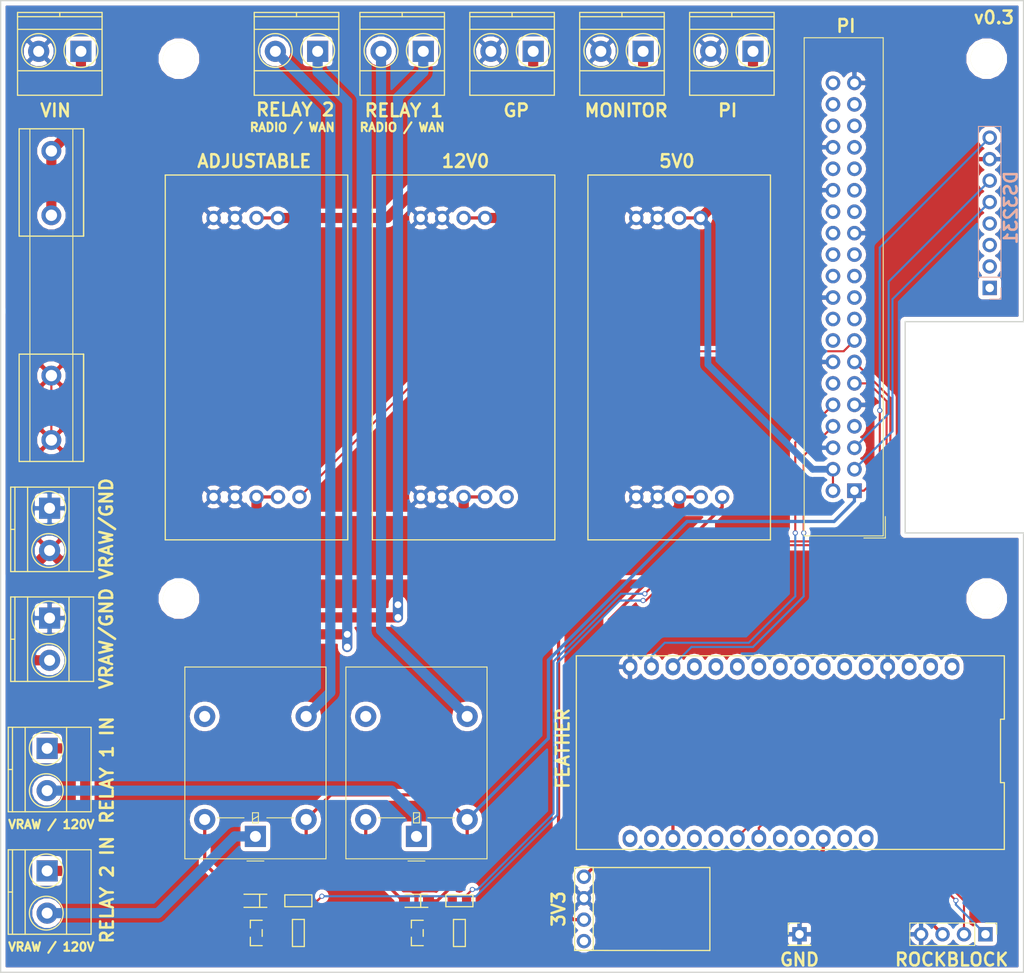
<source format=kicad_pcb>
(kicad_pcb (version 20171130) (host pcbnew 5.0.0-fee4fd1~66~ubuntu16.04.1)
  (layers (0 F.Cu signal) (31 B.Cu signal) (34 B.Paste user) (35 F.Paste user) (36 B.SilkS user) (37 F.SilkS user) (38 B.Mask user) (39 F.Mask user) (44 Edge.Cuts user))
  (net 0 "")
  (net 1 GND)
  (net 2 /VRAW)
  (net 3 /VIN)
  (net 4 /PI_3V3)
  (net 5 "Net-(D1-Pad2)")
  (net 6 /V_GP)
  (net 7 /PI_5V0)
  (net 8 /PI_SDA)
  (net 9 /PI_SCL)
  (net 10 "Net-(J3-Pad7)")
  (net 11 /PI_TX)
  (net 12 /PI_RX)
  (net 13 "Net-(J3-Pad12)")
  (net 14 /V_GP_EN)
  (net 15 "Net-(J3-Pad16)")
  (net 16 "Net-(J3-Pad17)")
  (net 17 "Net-(J3-Pad18)")
  (net 18 "Net-(J3-Pad19)")
  (net 19 "Net-(J3-Pad21)")
  (net 20 "Net-(J3-Pad22)")
  (net 21 "Net-(J3-Pad23)")
  (net 22 "Net-(J3-Pad24)")
  (net 23 "Net-(J3-Pad26)")
  (net 24 "Net-(J3-Pad27)")
  (net 25 "Net-(J3-Pad28)")
  (net 26 "Net-(J3-Pad29)")
  (net 27 "Net-(J3-Pad31)")
  (net 28 "Net-(J3-Pad32)")
  (net 29 "Net-(J3-Pad33)")
  (net 30 "Net-(J3-Pad35)")
  (net 31 "Net-(J3-Pad36)")
  (net 32 "Net-(J3-Pad37)")
  (net 33 "Net-(J3-Pad38)")
  (net 34 "Net-(J3-Pad40)")
  (net 35 /V_MON)
  (net 36 "Net-(J6-Pad1)")
  (net 37 "Net-(J6-Pad2)")
  (net 38 "Net-(J6-Pad3)")
  (net 39 "Net-(J6-Pad4)")
  (net 40 /RB_RX)
  (net 41 /RB_TX)
  (net 42 /V_MCU)
  (net 43 "Net-(Q1-Pad2)")
  (net 44 "Net-(U2-Pad1)")
  (net 45 "Net-(U2-Pad2)")
  (net 46 "Net-(U2-Pad3)")
  (net 47 "Net-(U2-Pad28)")
  (net 48 "Net-(U2-Pad5)")
  (net 49 "Net-(U2-Pad27)")
  (net 50 "Net-(U2-Pad6)")
  (net 51 "Net-(U2-Pad7)")
  (net 52 "Net-(U2-Pad25)")
  (net 53 "Net-(U2-Pad8)")
  (net 54 "Net-(U2-Pad24)")
  (net 55 "Net-(U2-Pad9)")
  (net 56 "Net-(U2-Pad10)")
  (net 57 "Net-(U2-Pad11)")
  (net 58 "Net-(U2-Pad21)")
  (net 59 "Net-(U2-Pad12)")
  (net 60 "Net-(U2-Pad20)")
  (net 61 "Net-(U2-Pad13)")
  (net 62 /V_PI_EN)
  (net 63 "Net-(U2-Pad18)")
  (net 64 "Net-(U2-Pad17)")
  (net 65 "Net-(U5-Pad4)")
  (net 66 "Net-(D2-Pad2)")
  (net 67 /V_RELAY_1_EN)
  (net 68 /V_RELAY_2_EN)
  (net 69 /V_RELAY_1)
  (net 70 /V_RELAY_1_IN)
  (net 71 /V_RELAY_2_IN)
  (net 72 /V_RELAY_2)
  (net 73 "Net-(Q2-Pad2)")
  (net 74 "Net-(K1-Pad3)")
  (net 75 "Net-(K2-Pad3)")
  (net 76 "Net-(U3-Pad4)")
  (net 77 /V_RELAY_1_GND)
  (net 78 /V_RELAY_2_GND)
  (module conservify:HOLE_NPTH_3.8MM (layer F.Cu) (at 85.09 51.87)
    (fp_text reference M1 hide)
    (fp_text value MOUNT_HOLE hide)
    (pad "" np_thru_hole circle (at 0 0) (size 3.8 3.8) (drill 3.8) (layers *.Cu *.Mask F.SilkS))
  )
  (module conservify:HOLE_NPTH_3.8MM (layer F.Cu) (at 180.64 51.87)
    (fp_text reference M2 hide)
    (fp_text value MOUNT_HOLE hide)
    (pad "" np_thru_hole circle (at 0 0) (size 3.8 3.8) (drill 3.8) (layers *.Cu *.Mask F.SilkS))
  )
  (module conservify:HOLE_NPTH_3.8MM (layer F.Cu) (at 180.64 115.77)
    (fp_text reference M3 hide)
    (fp_text value MOUNT_HOLE hide)
    (pad "" np_thru_hole circle (at 0 0) (size 3.8 3.8) (drill 3.8) (layers *.Cu *.Mask F.SilkS))
  )
  (module conservify:HOLE_NPTH_3.8MM (layer F.Cu) (at 85.09 115.77)
    (fp_text reference M4 hide)
    (fp_text value MOUNT_HOLE hide)
    (pad "" np_thru_hole circle (at 0 0) (size 3.8 3.8) (drill 3.8) (layers *.Cu *.Mask F.SilkS))
  )
  (module conservify:SOD-123 (layer F.Cu) (at 113.189888 151.537648 180)
    (fp_text reference D1 hide)
    (fp_text value 1N4148)
    (pad 1 smd rect (at -1.4224 0 180) (size 1.3 0.95) (layers F.Cu F.Paste F.Mask) (net 4 /PI_3V3))
    (pad 2 smd rect (at 1.4224 0 180) (size 1.3 0.95) (layers F.Cu F.Paste F.Mask) (net 5 "Net-(D1-Pad2)"))
  )
  (module conservify:FUSE_HOLDER_6x30 (layer F.Cu) (at 70 97 90)
    (fp_text reference F1 hide)
    (fp_text value Fuse)
    (pad 2 thru_hole circle (at 26.5938 0 90) (size 2.35 2.35) (drill 1.35) (layers *.Cu *.Mask) (net 3 /VIN))
    (pad 2 thru_hole circle (at 34.2138 0 90) (size 2.35 2.35) (drill 1.35) (layers *.Cu *.Mask) (net 3 /VIN))
    (pad 1 thru_hole circle (at 7.62 0 90) (size 2.35 2.35) (drill 1.35) (layers *.Cu *.Mask) (net 2 /VRAW))
    (pad 1 thru_hole circle (at 0 0 90) (size 2.35 2.35) (drill 1.35) (layers *.Cu *.Mask) (net 2 /VRAW))
  )
  (module conservify:TERMINAL_BLOCK_PHOENIX_MKDS1.5-2pol (layer F.Cu) (at 73.5 51 180)
    (fp_text reference J1 hide)
    (fp_text value CONN_VIN)
    (pad 1 thru_hole rect (at 0 0 180) (size 2.5 2.5) (drill 1.3) (layers *.Cu *.Mask) (net 3 /VIN))
    (pad 2 thru_hole circle (at 5 0 180) (size 2.5 2.5) (drill 1.3) (layers *.Cu *.Mask) (net 1 GND))
  )
  (module conservify:TERMINAL_BLOCK_PHOENIX_MKDS1.5-2pol (layer F.Cu) (at 127 51 180)
    (fp_text reference J2 hide)
    (fp_text value CONN_GP)
    (pad 2 thru_hole circle (at 5 0 180) (size 2.5 2.5) (drill 1.3) (layers *.Cu *.Mask) (net 1 GND))
    (pad 1 thru_hole rect (at 0 0 180) (size 2.5 2.5) (drill 1.3) (layers *.Cu *.Mask) (net 6 /V_GP))
  )
  (module conservify:IDC-Header_2x20_P2.54mm_Vertical (layer F.Cu) (at 165 103 180)
    (fp_text reference J3 hide)
    (fp_text value RPI)
    (pad 1 thru_hole rect (at 0 0 180) (size 1.7272 1.7272) (drill 1.016) (layers *.Cu *.Mask) (net 4 /PI_3V3))
    (pad 2 thru_hole oval (at 2.54 0 180) (size 1.7272 1.7272) (drill 1.016) (layers *.Cu *.Mask) (net 7 /PI_5V0))
    (pad 3 thru_hole oval (at 0 2.54 180) (size 1.7272 1.7272) (drill 1.016) (layers *.Cu *.Mask) (net 8 /PI_SDA))
    (pad 4 thru_hole oval (at 2.54 2.54 180) (size 1.7272 1.7272) (drill 1.016) (layers *.Cu *.Mask) (net 7 /PI_5V0))
    (pad 5 thru_hole oval (at 0 5.08 180) (size 1.7272 1.7272) (drill 1.016) (layers *.Cu *.Mask) (net 9 /PI_SCL))
    (pad 6 thru_hole oval (at 2.54 5.08 180) (size 1.7272 1.7272) (drill 1.016) (layers *.Cu *.Mask) (net 1 GND))
    (pad 7 thru_hole oval (at 0 7.62 180) (size 1.7272 1.7272) (drill 1.016) (layers *.Cu *.Mask) (net 10 "Net-(J3-Pad7)"))
    (pad 8 thru_hole oval (at 2.54 7.62 180) (size 1.7272 1.7272) (drill 1.016) (layers *.Cu *.Mask) (net 11 /PI_TX))
    (pad 9 thru_hole oval (at 0 10.16 180) (size 1.7272 1.7272) (drill 1.016) (layers *.Cu *.Mask) (net 1 GND))
    (pad 10 thru_hole oval (at 2.54 10.16 180) (size 1.7272 1.7272) (drill 1.016) (layers *.Cu *.Mask) (net 12 /PI_RX))
    (pad 11 thru_hole oval (at 0 12.7 180) (size 1.7272 1.7272) (drill 1.016) (layers *.Cu *.Mask) (net 67 /V_RELAY_1_EN))
    (pad 12 thru_hole oval (at 2.54 12.7 180) (size 1.7272 1.7272) (drill 1.016) (layers *.Cu *.Mask) (net 13 "Net-(J3-Pad12)"))
    (pad 13 thru_hole oval (at 0 15.24 180) (size 1.7272 1.7272) (drill 1.016) (layers *.Cu *.Mask) (net 68 /V_RELAY_2_EN))
    (pad 14 thru_hole oval (at 2.54 15.24 180) (size 1.7272 1.7272) (drill 1.016) (layers *.Cu *.Mask) (net 1 GND))
    (pad 15 thru_hole oval (at 0 17.78 180) (size 1.7272 1.7272) (drill 1.016) (layers *.Cu *.Mask) (net 14 /V_GP_EN))
    (pad 16 thru_hole oval (at 2.54 17.78 180) (size 1.7272 1.7272) (drill 1.016) (layers *.Cu *.Mask) (net 15 "Net-(J3-Pad16)"))
    (pad 17 thru_hole oval (at 0 20.32 180) (size 1.7272 1.7272) (drill 1.016) (layers *.Cu *.Mask) (net 16 "Net-(J3-Pad17)"))
    (pad 18 thru_hole oval (at 2.54 20.32 180) (size 1.7272 1.7272) (drill 1.016) (layers *.Cu *.Mask) (net 17 "Net-(J3-Pad18)"))
    (pad 19 thru_hole oval (at 0 22.86 180) (size 1.7272 1.7272) (drill 1.016) (layers *.Cu *.Mask) (net 18 "Net-(J3-Pad19)"))
    (pad 20 thru_hole oval (at 2.54 22.86 180) (size 1.7272 1.7272) (drill 1.016) (layers *.Cu *.Mask) (net 1 GND))
    (pad 21 thru_hole oval (at 0 25.4 180) (size 1.7272 1.7272) (drill 1.016) (layers *.Cu *.Mask) (net 19 "Net-(J3-Pad21)"))
    (pad 22 thru_hole oval (at 2.54 25.4 180) (size 1.7272 1.7272) (drill 1.016) (layers *.Cu *.Mask) (net 20 "Net-(J3-Pad22)"))
    (pad 23 thru_hole oval (at 0 27.94 180) (size 1.7272 1.7272) (drill 1.016) (layers *.Cu *.Mask) (net 21 "Net-(J3-Pad23)"))
    (pad 24 thru_hole oval (at 2.54 27.94 180) (size 1.7272 1.7272) (drill 1.016) (layers *.Cu *.Mask) (net 22 "Net-(J3-Pad24)"))
    (pad 25 thru_hole oval (at 0 30.48 180) (size 1.7272 1.7272) (drill 1.016) (layers *.Cu *.Mask) (net 1 GND))
    (pad 26 thru_hole oval (at 2.54 30.48 180) (size 1.7272 1.7272) (drill 1.016) (layers *.Cu *.Mask) (net 23 "Net-(J3-Pad26)"))
    (pad 27 thru_hole oval (at 0 33.02 180) (size 1.7272 1.7272) (drill 1.016) (layers *.Cu *.Mask) (net 24 "Net-(J3-Pad27)"))
    (pad 28 thru_hole oval (at 2.54 33.02 180) (size 1.7272 1.7272) (drill 1.016) (layers *.Cu *.Mask) (net 25 "Net-(J3-Pad28)"))
    (pad 29 thru_hole oval (at 0 35.56 180) (size 1.7272 1.7272) (drill 1.016) (layers *.Cu *.Mask) (net 26 "Net-(J3-Pad29)"))
    (pad 30 thru_hole oval (at 2.54 35.56 180) (size 1.7272 1.7272) (drill 1.016) (layers *.Cu *.Mask) (net 1 GND))
    (pad 31 thru_hole oval (at 0 38.1 180) (size 1.7272 1.7272) (drill 1.016) (layers *.Cu *.Mask) (net 27 "Net-(J3-Pad31)"))
    (pad 32 thru_hole oval (at 2.54 38.1 180) (size 1.7272 1.7272) (drill 1.016) (layers *.Cu *.Mask) (net 28 "Net-(J3-Pad32)"))
    (pad 33 thru_hole oval (at 0 40.64 180) (size 1.7272 1.7272) (drill 1.016) (layers *.Cu *.Mask) (net 29 "Net-(J3-Pad33)"))
    (pad 34 thru_hole oval (at 2.54 40.64 180) (size 1.7272 1.7272) (drill 1.016) (layers *.Cu *.Mask) (net 1 GND))
    (pad 35 thru_hole oval (at 0 43.18 180) (size 1.7272 1.7272) (drill 1.016) (layers *.Cu *.Mask) (net 30 "Net-(J3-Pad35)"))
    (pad 36 thru_hole oval (at 2.54 43.18 180) (size 1.7272 1.7272) (drill 1.016) (layers *.Cu *.Mask) (net 31 "Net-(J3-Pad36)"))
    (pad 37 thru_hole oval (at 0 45.72 180) (size 1.7272 1.7272) (drill 1.016) (layers *.Cu *.Mask) (net 32 "Net-(J3-Pad37)"))
    (pad 38 thru_hole oval (at 2.54 45.72 180) (size 1.7272 1.7272) (drill 1.016) (layers *.Cu *.Mask) (net 33 "Net-(J3-Pad38)"))
    (pad 39 thru_hole oval (at 0 48.26 180) (size 1.7272 1.7272) (drill 1.016) (layers *.Cu *.Mask) (net 1 GND))
    (pad 40 thru_hole oval (at 2.54 48.26 180) (size 1.7272 1.7272) (drill 1.016) (layers *.Cu *.Mask) (net 34 "Net-(J3-Pad40)"))
  )
  (module conservify:TERMINAL_BLOCK_PHOENIX_MKDS1.5-2pol (layer F.Cu) (at 140 51 180)
    (fp_text reference J4 hide)
    (fp_text value CONN_MON)
    (pad 2 thru_hole circle (at 5 0 180) (size 2.5 2.5) (drill 1.3) (layers *.Cu *.Mask) (net 1 GND))
    (pad 1 thru_hole rect (at 0 0 180) (size 2.5 2.5) (drill 1.3) (layers *.Cu *.Mask) (net 35 /V_MON))
  )
  (module conservify:TERMINAL_BLOCK_PHOENIX_MKDS1.5-2pol (layer F.Cu) (at 153 51 180)
    (fp_text reference J5 hide)
    (fp_text value CONN_PI)
    (pad 1 thru_hole rect (at 0 0 180) (size 2.5 2.5) (drill 1.3) (layers *.Cu *.Mask) (net 7 /PI_5V0))
    (pad 2 thru_hole circle (at 5 0 180) (size 2.5 2.5) (drill 1.3) (layers *.Cu *.Mask) (net 1 GND))
  )
  (module conservify:Socket_Strip_Straight_1x08_Pitch2.54mm (layer B.Cu) (at 181 79)
    (fp_text reference J6 hide)
    (fp_text value DS3231)
    (pad 1 thru_hole rect (at 0 0) (size 1.7 1.7) (drill 1) (layers *.Cu *.Mask) (net 36 "Net-(J6-Pad1)"))
    (pad 2 thru_hole oval (at 0 -2.54) (size 1.7 1.7) (drill 1) (layers *.Cu *.Mask) (net 37 "Net-(J6-Pad2)"))
    (pad 3 thru_hole oval (at 0 -5.08) (size 1.7 1.7) (drill 1) (layers *.Cu *.Mask) (net 38 "Net-(J6-Pad3)"))
    (pad 4 thru_hole oval (at 0 -7.62) (size 1.7 1.7) (drill 1) (layers *.Cu *.Mask) (net 39 "Net-(J6-Pad4)"))
    (pad 5 thru_hole oval (at 0 -10.16) (size 1.7 1.7) (drill 1) (layers *.Cu *.Mask) (net 8 /PI_SDA))
    (pad 6 thru_hole oval (at 0 -12.7) (size 1.7 1.7) (drill 1) (layers *.Cu *.Mask) (net 9 /PI_SCL))
    (pad 7 thru_hole oval (at 0 -15.24) (size 1.7 1.7) (drill 1) (layers *.Cu *.Mask) (net 1 GND))
    (pad 8 thru_hole oval (at 0 -17.78) (size 1.7 1.7) (drill 1) (layers *.Cu *.Mask) (net 4 /PI_3V3))
  )
  (module conservify:Socket_Strip_Straight_1x04_Pitch2.54mm (layer F.Cu) (at 180.5 155.5 270)
    (fp_text reference J7 hide)
    (fp_text value CONN_RB)
    (pad 1 thru_hole rect (at 0 0 270) (size 1.7 1.7) (drill 1) (layers *.Cu *.Mask) (net 40 /RB_RX))
    (pad 2 thru_hole oval (at 0 2.54 270) (size 1.7 1.7) (drill 1) (layers *.Cu *.Mask) (net 41 /RB_TX))
    (pad 3 thru_hole oval (at 0 5.08 270) (size 1.7 1.7) (drill 1) (layers *.Cu *.Mask) (net 42 /V_MCU))
    (pad 4 thru_hole oval (at 0 7.62 270) (size 1.7 1.7) (drill 1) (layers *.Cu *.Mask) (net 1 GND))
  )
  (module conservify:TERMINAL_BLOCK_PHOENIX_MKDS1.5-2pol (layer F.Cu) (at 101.5 51 180)
    (fp_text reference J13 hide)
    (fp_text value CONN_V_RELAY_2)
    (pad 1 thru_hole rect (at 0 0 180) (size 2.5 2.5) (drill 1.3) (layers *.Cu *.Mask) (net 78 /V_RELAY_2_GND))
    (pad 2 thru_hole circle (at 5 0 180) (size 2.5 2.5) (drill 1.3) (layers *.Cu *.Mask) (net 72 /V_RELAY_2))
  )
  (module conservify:SOT-23 (layer F.Cu) (at 113.189888 155.347648 90)
    (fp_text reference Q1 hide)
    (fp_text value MMBT2222)
    (pad 1 smd rect (at -0.95 1.15 90) (size 0.65 1.05) (layers F.Cu F.Paste F.Mask) (net 1 GND))
    (pad 2 smd rect (at 0.95 1.15 90) (size 0.65 1.05) (layers F.Cu F.Paste F.Mask) (net 43 "Net-(Q1-Pad2)"))
    (pad 3 smd rect (at 0 -1.15 90) (size 0.65 1.05) (layers F.Cu F.Paste F.Mask) (net 5 "Net-(D1-Pad2)"))
  )
  (module conservify:RES-0603 (layer F.Cu) (at 118.269888 151.537648)
    (fp_text reference R1 hide)
    (fp_text value 1K)
    (pad 1 smd rect (at -0.85 0) (size 1.1 1) (layers F.Cu F.Paste F.Mask) (net 43 "Net-(Q1-Pad2)"))
    (pad 2 smd rect (at 0.85 0) (size 1.1 1) (layers F.Cu F.Paste F.Mask) (net 67 /V_RELAY_1_EN))
  )
  (module conservify:RES-0603 (layer F.Cu) (at 118.269888 155.347648 90)
    (fp_text reference R2 hide)
    (fp_text value 1K)
    (pad 2 smd rect (at 0.85 0 90) (size 1.1 1) (layers F.Cu F.Paste F.Mask) (net 43 "Net-(Q1-Pad2)"))
    (pad 1 smd rect (at -0.85 0 90) (size 1.1 1) (layers F.Cu F.Paste F.Mask) (net 1 GND))
  )
  (module conservify:ADAFRUIT_FEATHER (layer F.Cu) (at 157.5 134 180)
    (fp_text reference U2 hide)
    (fp_text value ADAFRUIT_FEATHER)
    (pad 1 thru_hole oval (at -19.05 10.16 180) (size 1.7272 2.032) (drill 1.016) (layers *.Cu *.Mask) (net 44 "Net-(U2-Pad1)"))
    (pad 2 thru_hole oval (at -16.51 10.16 180) (size 1.7272 2.032) (drill 1.016) (layers *.Cu *.Mask) (net 45 "Net-(U2-Pad2)"))
    (pad 3 thru_hole oval (at -13.97 10.16 180) (size 1.7272 2.032) (drill 1.016) (layers *.Cu *.Mask) (net 46 "Net-(U2-Pad3)"))
    (pad 4 thru_hole oval (at -11.43 10.16 180) (size 1.7272 2.032) (drill 1.016) (layers *.Cu *.Mask) (net 1 GND))
    (pad 28 thru_hole oval (at -8.89 -10.16 180) (size 1.7272 2.032) (drill 1.016) (layers *.Cu *.Mask) (net 47 "Net-(U2-Pad28)"))
    (pad 5 thru_hole oval (at -8.89 10.16 180) (size 1.7272 2.032) (drill 1.016) (layers *.Cu *.Mask) (net 48 "Net-(U2-Pad5)"))
    (pad 27 thru_hole oval (at -6.35 -10.16 180) (size 1.7272 2.032) (drill 1.016) (layers *.Cu *.Mask) (net 49 "Net-(U2-Pad27)"))
    (pad 6 thru_hole oval (at -6.35 10.16 180) (size 1.7272 2.032) (drill 1.016) (layers *.Cu *.Mask) (net 50 "Net-(U2-Pad6)"))
    (pad 26 thru_hole oval (at -3.81 -10.16 180) (size 1.7272 2.032) (drill 1.016) (layers *.Cu *.Mask) (net 42 /V_MCU))
    (pad 7 thru_hole oval (at -3.81 10.16 180) (size 1.7272 2.032) (drill 1.016) (layers *.Cu *.Mask) (net 51 "Net-(U2-Pad7)"))
    (pad 25 thru_hole oval (at -1.27 -10.16 180) (size 1.7272 2.032) (drill 1.016) (layers *.Cu *.Mask) (net 52 "Net-(U2-Pad25)"))
    (pad 8 thru_hole oval (at -1.27 10.16 180) (size 1.7272 2.032) (drill 1.016) (layers *.Cu *.Mask) (net 53 "Net-(U2-Pad8)"))
    (pad 24 thru_hole oval (at 1.27 -10.16 180) (size 1.7272 2.032) (drill 1.016) (layers *.Cu *.Mask) (net 54 "Net-(U2-Pad24)"))
    (pad 9 thru_hole oval (at 1.27 10.16 180) (size 1.7272 2.032) (drill 1.016) (layers *.Cu *.Mask) (net 55 "Net-(U2-Pad9)"))
    (pad 23 thru_hole oval (at 3.81 -10.16 180) (size 1.7272 2.032) (drill 1.016) (layers *.Cu *.Mask) (net 40 /RB_RX))
    (pad 10 thru_hole oval (at 3.81 10.16 180) (size 1.7272 2.032) (drill 1.016) (layers *.Cu *.Mask) (net 56 "Net-(U2-Pad10)"))
    (pad 22 thru_hole oval (at 6.35 -10.16 180) (size 1.7272 2.032) (drill 1.016) (layers *.Cu *.Mask) (net 41 /RB_TX))
    (pad 11 thru_hole oval (at 6.35 10.16 180) (size 1.7272 2.032) (drill 1.016) (layers *.Cu *.Mask) (net 57 "Net-(U2-Pad11)"))
    (pad 21 thru_hole oval (at 8.89 -10.16 180) (size 1.7272 2.032) (drill 1.016) (layers *.Cu *.Mask) (net 58 "Net-(U2-Pad21)"))
    (pad 12 thru_hole oval (at 8.89 10.16 180) (size 1.7272 2.032) (drill 1.016) (layers *.Cu *.Mask) (net 59 "Net-(U2-Pad12)"))
    (pad 20 thru_hole oval (at 11.43 -10.16 180) (size 1.7272 2.032) (drill 1.016) (layers *.Cu *.Mask) (net 60 "Net-(U2-Pad20)"))
    (pad 13 thru_hole oval (at 11.43 10.16 180) (size 1.7272 2.032) (drill 1.016) (layers *.Cu *.Mask) (net 61 "Net-(U2-Pad13)"))
    (pad 19 thru_hole oval (at 13.97 -10.16 180) (size 1.7272 2.032) (drill 1.016) (layers *.Cu *.Mask) (net 62 /V_PI_EN))
    (pad 14 thru_hole oval (at 13.97 10.16 180) (size 1.7272 2.032) (drill 1.016) (layers *.Cu *.Mask) (net 11 /PI_TX))
    (pad 18 thru_hole oval (at 16.51 -10.16 180) (size 1.7272 2.032) (drill 1.016) (layers *.Cu *.Mask) (net 63 "Net-(U2-Pad18)"))
    (pad 15 thru_hole oval (at 16.51 10.16 180) (size 1.7272 2.032) (drill 1.016) (layers *.Cu *.Mask) (net 12 /PI_RX))
    (pad 17 thru_hole oval (at 19.05 -10.16 180) (size 1.7272 2.032) (drill 1.016) (layers *.Cu *.Mask) (net 64 "Net-(U2-Pad17)"))
    (pad 16 thru_hole oval (at 19.05 10.16 180) (size 1.7272 2.032) (drill 1.016) (layers *.Cu *.Mask) (net 1 GND))
  )
  (module conservify:POLOLU_VREG_ADJUSTABLE (layer F.Cu) (at 117.5 88.5 270)
    (fp_text reference U3 hide)
    (fp_text value VREG_MON hide)
    (pad 3 thru_hole circle (at 15.24 -3.81 270) (size 1.7 1.7) (drill 1) (layers *.Cu *.Mask) (net 2 /VRAW))
    (pad 3 thru_hole circle (at 15.24 -1.27 270) (size 1.7 1.7) (drill 1) (layers *.Cu *.Mask) (net 2 /VRAW))
    (pad 2 thru_hole circle (at 15.24 1.27 270) (size 1.7 1.7) (drill 1) (layers *.Cu *.Mask) (net 1 GND))
    (pad 2 thru_hole circle (at 15.24 3.81 270) (size 1.7 1.7) (drill 1) (layers *.Cu *.Mask) (net 1 GND))
    (pad 4 thru_hole circle (at 15.24 -6.35 270) (size 1.7 1.7) (drill 1) (layers *.Cu *.Mask) (net 76 "Net-(U3-Pad4)"))
    (pad 1 thru_hole circle (at -17.78 -3.81 270) (size 1.7 1.7) (drill 1) (layers *.Cu *.Mask) (net 35 /V_MON))
    (pad 1 thru_hole circle (at -17.78 -1.27 270) (size 1.7 1.7) (drill 1) (layers *.Cu *.Mask) (net 35 /V_MON))
    (pad 2 thru_hole circle (at -17.78 1.27 270) (size 1.7 1.7) (drill 1) (layers *.Cu *.Mask) (net 1 GND))
    (pad 2 thru_hole circle (at -17.78 3.81 270) (size 1.7 1.7) (drill 1) (layers *.Cu *.Mask) (net 1 GND))
  )
  (module conservify:POLOLU_VREG_ADJUSTABLE (layer F.Cu) (at 143 88.5 270)
    (fp_text reference U4 hide)
    (fp_text value VREG_PI hide)
    (pad 2 thru_hole circle (at -17.78 3.81 270) (size 1.7 1.7) (drill 1) (layers *.Cu *.Mask) (net 1 GND))
    (pad 2 thru_hole circle (at -17.78 1.27 270) (size 1.7 1.7) (drill 1) (layers *.Cu *.Mask) (net 1 GND))
    (pad 1 thru_hole circle (at -17.78 -1.27 270) (size 1.7 1.7) (drill 1) (layers *.Cu *.Mask) (net 7 /PI_5V0))
    (pad 1 thru_hole circle (at -17.78 -3.81 270) (size 1.7 1.7) (drill 1) (layers *.Cu *.Mask) (net 7 /PI_5V0))
    (pad 4 thru_hole circle (at 15.24 -6.35 270) (size 1.7 1.7) (drill 1) (layers *.Cu *.Mask) (net 62 /V_PI_EN))
    (pad 2 thru_hole circle (at 15.24 3.81 270) (size 1.7 1.7) (drill 1) (layers *.Cu *.Mask) (net 1 GND))
    (pad 2 thru_hole circle (at 15.24 1.27 270) (size 1.7 1.7) (drill 1) (layers *.Cu *.Mask) (net 1 GND))
    (pad 3 thru_hole circle (at 15.24 -1.27 270) (size 1.7 1.7) (drill 1) (layers *.Cu *.Mask) (net 2 /VRAW))
    (pad 3 thru_hole circle (at 15.24 -3.81 270) (size 1.7 1.7) (drill 1) (layers *.Cu *.Mask) (net 2 /VRAW))
  )
  (module conservify:POLOLU_VREG (layer F.Cu) (at 133 152.5 270)
    (fp_text reference U5 hide)
    (fp_text value VREG_MCU)
    (pad 1 thru_hole circle (at -3.81 0 270) (size 1.7 1.7) (drill 1) (layers *.Cu *.Mask) (net 42 /V_MCU))
    (pad 2 thru_hole circle (at -1.27 0 270) (size 1.7 1.7) (drill 1) (layers *.Cu *.Mask) (net 1 GND))
    (pad 3 thru_hole circle (at 1.27 0 270) (size 1.7 1.7) (drill 1) (layers *.Cu *.Mask) (net 2 /VRAW))
    (pad 4 thru_hole circle (at 3.81 0 270) (size 1.7 1.7) (drill 1) (layers *.Cu *.Mask) (net 65 "Net-(U5-Pad4)"))
  )
  (module conservify:POLOLU_VREG_ADJUSTABLE (layer F.Cu) (at 93 88.5 270)
    (fp_text reference U1 hide)
    (fp_text value VREG_GP hide)
    (pad 3 thru_hole circle (at 15.24 -3.81 270) (size 1.7 1.7) (drill 1) (layers *.Cu *.Mask) (net 2 /VRAW))
    (pad 3 thru_hole circle (at 15.24 -1.27 270) (size 1.7 1.7) (drill 1) (layers *.Cu *.Mask) (net 2 /VRAW))
    (pad 2 thru_hole circle (at 15.24 1.27 270) (size 1.7 1.7) (drill 1) (layers *.Cu *.Mask) (net 1 GND))
    (pad 2 thru_hole circle (at 15.24 3.81 270) (size 1.7 1.7) (drill 1) (layers *.Cu *.Mask) (net 1 GND))
    (pad 4 thru_hole circle (at 15.24 -6.35 270) (size 1.7 1.7) (drill 1) (layers *.Cu *.Mask) (net 14 /V_GP_EN))
    (pad 1 thru_hole circle (at -17.78 -3.81 270) (size 1.7 1.7) (drill 1) (layers *.Cu *.Mask) (net 6 /V_GP))
    (pad 1 thru_hole circle (at -17.78 -1.27 270) (size 1.7 1.7) (drill 1) (layers *.Cu *.Mask) (net 6 /V_GP))
    (pad 2 thru_hole circle (at -17.78 1.27 270) (size 1.7 1.7) (drill 1) (layers *.Cu *.Mask) (net 1 GND))
    (pad 2 thru_hole circle (at -17.78 3.81 270) (size 1.7 1.7) (drill 1) (layers *.Cu *.Mask) (net 1 GND))
  )
  (module conservify:SOD-123 (layer F.Cu) (at 94.139888 151.537648 180)
    (fp_text reference D2 hide)
    (fp_text value 1N4148)
    (pad 1 smd rect (at -1.4224 0 180) (size 1.3 0.95) (layers F.Cu F.Paste F.Mask) (net 4 /PI_3V3))
    (pad 2 smd rect (at 1.4224 0 180) (size 1.3 0.95) (layers F.Cu F.Paste F.Mask) (net 66 "Net-(D2-Pad2)"))
  )
  (module conservify:TERMINAL_BLOCK_PHOENIX_MKDS1.5-2pol (layer F.Cu) (at 69.789243 118.078014 270)
    (fp_text reference J8 hide)
    (fp_text value CONN_GND)
    (pad 1 thru_hole rect (at 0 0 270) (size 2.5 2.5) (drill 1.3) (layers *.Cu *.Mask) (net 1 GND))
    (pad 2 thru_hole circle (at 5 0 270) (size 2.5 2.5) (drill 1.3) (layers *.Cu *.Mask) (net 2 /VRAW))
  )
  (module conservify:TERMINAL_BLOCK_PHOENIX_MKDS1.5-2pol (layer F.Cu) (at 114 51 180)
    (fp_text reference J9 hide)
    (fp_text value CONN_V_RELAY_1)
    (pad 2 thru_hole circle (at 5 0 180) (size 2.5 2.5) (drill 1.3) (layers *.Cu *.Mask) (net 69 /V_RELAY_1))
    (pad 1 thru_hole rect (at 0 0 180) (size 2.5 2.5) (drill 1.3) (layers *.Cu *.Mask) (net 77 /V_RELAY_1_GND))
  )
  (module conservify:TERMINAL_BLOCK_PHOENIX_MKDS1.5-2pol (layer F.Cu) (at 69.789243 105.078014 270)
    (fp_text reference J10 hide)
    (fp_text value CONN_V_RAW)
    (pad 1 thru_hole rect (at 0 0 270) (size 2.5 2.5) (drill 1.3) (layers *.Cu *.Mask) (net 1 GND))
    (pad 2 thru_hole circle (at 5 0 270) (size 2.5 2.5) (drill 1.3) (layers *.Cu *.Mask) (net 2 /VRAW))
  )
  (module conservify:SOT-23 (layer F.Cu) (at 94.139888 155.347648 90)
    (fp_text reference Q2 hide)
    (fp_text value MMBT2222)
    (pad 1 smd rect (at -0.95 1.15 90) (size 0.65 1.05) (layers F.Cu F.Paste F.Mask) (net 1 GND))
    (pad 2 smd rect (at 0.95 1.15 90) (size 0.65 1.05) (layers F.Cu F.Paste F.Mask) (net 73 "Net-(Q2-Pad2)"))
    (pad 3 smd rect (at 0 -1.15 90) (size 0.65 1.05) (layers F.Cu F.Paste F.Mask) (net 66 "Net-(D2-Pad2)"))
  )
  (module conservify:RES-0603 (layer F.Cu) (at 99.219888 151.537648)
    (fp_text reference R3 hide)
    (fp_text value 1K)
    (pad 2 smd rect (at 0.85 0) (size 1.1 1) (layers F.Cu F.Paste F.Mask) (net 68 /V_RELAY_2_EN))
    (pad 1 smd rect (at -0.85 0) (size 1.1 1) (layers F.Cu F.Paste F.Mask) (net 73 "Net-(Q2-Pad2)"))
  )
  (module conservify:RES-0603 (layer F.Cu) (at 99.219888 155.347648 90)
    (fp_text reference R4 hide)
    (fp_text value 1K)
    (pad 1 smd rect (at -0.85 0 90) (size 1.1 1) (layers F.Cu F.Paste F.Mask) (net 1 GND))
    (pad 2 smd rect (at 0.85 0 90) (size 1.1 1) (layers F.Cu F.Paste F.Mask) (net 73 "Net-(Q2-Pad2)"))
  )
  (module conservify:Relay_SPDT_Omron-G5LE-1 (layer F.Cu) (at 113.189888 143.917648 180)
    (fp_text reference K1 hide)
    (fp_text value G5LE-1)
    (pad 1 thru_hole rect (at 0 0 180) (size 2.5 2.5) (drill 1.3) (layers *.Cu *.Mask) (net 70 /V_RELAY_1_IN))
    (pad 5 thru_hole oval (at -6 2 180) (size 2.5 2.5) (drill 1.3) (layers *.Cu *.Mask) (net 4 /PI_3V3))
    (pad 4 thru_hole oval (at -6 14.2 180) (size 2.5 2.5) (drill 1.3) (layers *.Cu *.Mask) (net 69 /V_RELAY_1))
    (pad 3 thru_hole oval (at 6 14.2 180) (size 2.5 2.5) (drill 1.3) (layers *.Cu *.Mask) (net 74 "Net-(K1-Pad3)"))
    (pad 2 thru_hole oval (at 6 2 180) (size 2.5 2.5) (drill 1.3) (layers *.Cu *.Mask) (net 5 "Net-(D1-Pad2)"))
  )
  (module conservify:Relay_SPDT_Omron-G5LE-1 (layer F.Cu) (at 94.139888 143.917648 180)
    (fp_text reference K2 hide)
    (fp_text value G5LE-1)
    (pad 2 thru_hole oval (at 6 2 180) (size 2.5 2.5) (drill 1.3) (layers *.Cu *.Mask) (net 66 "Net-(D2-Pad2)"))
    (pad 3 thru_hole oval (at 6 14.2 180) (size 2.5 2.5) (drill 1.3) (layers *.Cu *.Mask) (net 75 "Net-(K2-Pad3)"))
    (pad 4 thru_hole oval (at -6 14.2 180) (size 2.5 2.5) (drill 1.3) (layers *.Cu *.Mask) (net 72 /V_RELAY_2))
    (pad 5 thru_hole oval (at -6 2 180) (size 2.5 2.5) (drill 1.3) (layers *.Cu *.Mask) (net 4 /PI_3V3))
    (pad 1 thru_hole rect (at 0 0 180) (size 2.5 2.5) (drill 1.3) (layers *.Cu *.Mask) (net 71 /V_RELAY_2_IN))
  )
  (module conservify:TERMINAL_BLOCK_PHOENIX_MKDS1.5-2pol (layer F.Cu) (at 69.5 133.5 270)
    (fp_text reference J11 hide)
    (fp_text value CONN_V_RELAY_1)
    (pad 2 thru_hole circle (at 5 0 270) (size 2.5 2.5) (drill 1.3) (layers *.Cu *.Mask) (net 70 /V_RELAY_1_IN))
    (pad 1 thru_hole rect (at 0 0 270) (size 2.5 2.5) (drill 1.3) (layers *.Cu *.Mask) (net 77 /V_RELAY_1_GND))
  )
  (module conservify:TERMINAL_BLOCK_PHOENIX_MKDS1.5-2pol (layer F.Cu) (at 69.5 148 270)
    (fp_text reference J12 hide)
    (fp_text value CONN_V_RELAY_2)
    (pad 1 thru_hole rect (at 0 0 270) (size 2.5 2.5) (drill 1.3) (layers *.Cu *.Mask) (net 78 /V_RELAY_2_GND))
    (pad 2 thru_hole circle (at 5 0 270) (size 2.5 2.5) (drill 1.3) (layers *.Cu *.Mask) (net 71 /V_RELAY_2_IN))
  )
  (module conservify:Socket_Strip_Straight_1x01_Pitch2.54mm (layer F.Cu) (at 158.5 155.5)
    (fp_text reference J14 hide)
    (fp_text value CONN_01x01)
    (pad 1 thru_hole rect (at 0 0) (size 1.7 1.7) (drill 1) (layers *.Cu *.Mask) (net 1 GND))
  )
  (gr_text GND (at 158.5 158.5) (layer F.SilkS) (effects (font (size 1.5 1.5) (thickness 0.3))))
  (gr_text VRAW/GND (at 76.5 120.5 90) (layer F.SilkS) (effects (font (size 1.5 1.5) (thickness 0.3))))
  (gr_text v0.3 (at 181.5 47) (layer F.SilkS) (effects (font (size 1.5 1.5) (thickness 0.3))))
  (gr_text "RADIO / WAN" (at 111.5 60) (layer F.SilkS) (effects (font (size 1 1) (thickness 0.25))))
  (gr_text "RADIO / WAN" (at 98.5 60) (layer F.SilkS) (effects (font (size 1 1) (thickness 0.25))))
  (gr_text "VRAW / 120V" (at 70 157) (layer F.SilkS) (effects (font (size 1 1) (thickness 0.25))))
  (gr_text "VRAW / 120V" (at 70 142.5) (layer F.SilkS) (effects (font (size 1 1) (thickness 0.25))))
  (gr_text "RELAY 2 IN" (at 76.589649 150.22529 90) (layer F.SilkS) (effects (font (size 1.5 1.5) (thickness 0.3))))
  (gr_text "RELAY 1 IN" (at 76.569748 136.070081 90) (layer F.SilkS) (effects (font (size 1.5 1.5) (thickness 0.3))))
  (gr_text DS3231 (at 183.5 69.5 90) (layer B.SilkS) (effects (font (size 1.5 1.5) (thickness 0.3)) (justify mirror)))
  (gr_text VIN (at 70.5 58) (layer F.SilkS) (effects (font (size 1.5 1.5) (thickness 0.3))))
  (gr_text VRAW/GND (at 76.5 107.5 90) (layer F.SilkS) (effects (font (size 1.5 1.5) (thickness 0.3))))
  (gr_text FEATHER (at 130.5 133.5 90) (layer F.SilkS) (effects (font (size 1.5 1.5) (thickness 0.3))))
  (gr_text ROCKBLOCK (at 176.5 158.5) (layer F.SilkS) (effects (font (size 1.5 1.5) (thickness 0.3))))
  (gr_text 3V3 (at 130 152.5 90) (layer F.SilkS) (effects (font (size 1.5 1.5) (thickness 0.3))))
  (gr_text 5V0 (at 144 64) (layer F.SilkS) (effects (font (size 1.5 1.5) (thickness 0.3))))
  (gr_text 12V0 (at 119 64) (layer F.SilkS) (effects (font (size 1.5 1.5) (thickness 0.3))))
  (gr_text ADJUSTABLE (at 94 64) (layer F.SilkS) (effects (font (size 1.5 1.5) (thickness 0.3))))
  (gr_text PI (at 164 48) (layer F.SilkS) (effects (font (size 1.5 1.5) (thickness 0.3))))
  (gr_text PI (at 150 58) (layer F.SilkS) (effects (font (size 1.5 1.5) (thickness 0.3))))
  (gr_text MONITOR (at 138 58) (layer F.SilkS) (effects (font (size 1.5 1.5) (thickness 0.3))))
  (gr_text GP (at 125 58) (layer F.SilkS) (effects (font (size 1.5 1.5) (thickness 0.3))))
  (gr_text "RELAY 1" (at 111.7 58) (layer F.SilkS) (effects (font (size 1.5 1.5) (thickness 0.3))))
  (gr_text "RELAY 2" (at 98.85 57.9) (layer F.SilkS) (effects (font (size 1.5 1.5) (thickness 0.3))))
  (gr_line (start 171 83) (end 171 108) (layer Edge.Cuts) (width 0.15))
  (gr_line (start 185 83) (end 171 83) (layer Edge.Cuts) (width 0.15))
  (gr_line (start 185 108) (end 171 108) (layer Edge.Cuts) (width 0.15))
  (gr_line (start 185 108) (end 185 160) (layer Edge.Cuts) (width 0.15))
  (gr_line (start 64 45) (end 185 45) (angle 90) (layer Edge.Cuts) (width 0.15))
  (gr_line (start 64 160) (end 64 45) (angle 90) (layer Edge.Cuts) (width 0.15))
  (gr_line (start 185 83) (end 185 45) (angle 90) (layer Edge.Cuts) (width 0.15))
  (gr_line (start 64 160) (end 185 160) (angle 90) (layer Edge.Cuts) (width 0.15))
  (segment (start 69.789243 110.078014) (end 71.039242 111.328013) (width 1.2) (layer F.Cu) (net 2))
  (segment (start 112.384068 111.328013) (end 110 111.328013) (width 1.2) (layer F.Cu) (net 2))
  (segment (start 118.77 103.74) (end 118.77 104.942081) (width 1.2) (layer F.Cu) (net 2))
  (segment (start 137.884068 111.328013) (end 135 111.328013) (width 1.2) (layer F.Cu) (net 2))
  (segment (start 144.27 104.942081) (end 137.884068 111.328013) (width 1.2) (layer F.Cu) (net 2))
  (segment (start 144.27 103.74) (end 144.27 104.942081) (width 1.2) (layer F.Cu) (net 2))
  (segment (start 94.27 103.74) (end 94.27 104.942081) (width 1.2) (layer F.Cu) (net 2))
  (segment (start 87.884068 111.328013) (end 86 111.328013) (width 1.2) (layer F.Cu) (net 2))
  (segment (start 71.039242 111.328013) (end 86 111.328013) (width 1.2) (layer F.Cu) (net 2))
  (segment (start 133 153.77) (end 131.77 153.77) (width 0.381) (layer F.Cu) (net 2))
  (segment (start 131.77 153.77) (end 130 152) (width 0.381) (layer F.Cu) (net 2))
  (segment (start 130 152) (end 130 111.328013) (width 0.381) (layer F.Cu) (net 2))
  (segment (start 130 111.328013) (end 135 111.328013) (width 1.2) (layer F.Cu) (net 2))
  (segment (start 70 104.867257) (end 69.789243 105.078014) (width 0.381) (layer F.Cu) (net 1))
  (segment (start 94.27 103.74) (end 96.81 103.74) (width 0.381) (layer F.Cu) (net 2))
  (segment (start 118.77 103.74) (end 121.31 103.74) (width 0.381) (layer F.Cu) (net 2))
  (segment (start 146.81 103.74) (end 144.27 103.74) (width 0.381) (layer F.Cu) (net 2))
  (segment (start 118.77 103.74) (end 118.77 110.558013) (width 1.2) (layer F.Cu) (net 2))
  (segment (start 118 111.328013) (end 130 111.328013) (width 1.2) (layer F.Cu) (net 2))
  (segment (start 118.77 110.558013) (end 118 111.328013) (width 1.2) (layer F.Cu) (net 2))
  (segment (start 110 111.328013) (end 118 111.328013) (width 1.2) (layer F.Cu) (net 2))
  (segment (start 94.27 111.058013) (end 94 111.328013) (width 1.2) (layer F.Cu) (net 2))
  (segment (start 94.27 103.74) (end 94.27 111.058013) (width 1.2) (layer F.Cu) (net 2))
  (segment (start 94 111.328013) (end 110 111.328013) (width 1.2) (layer F.Cu) (net 2))
  (segment (start 86 111.328013) (end 94 111.328013) (width 1.2) (layer F.Cu) (net 2))
  (segment (start 70 89.38) (end 70 97) (width 0.25) (layer F.Cu) (net 2))
  (segment (start 69.789243 97.210757) (end 70 97) (width 0.25) (layer F.Cu) (net 2))
  (segment (start 68.021477 123.078014) (end 67 122.056537) (width 1.2) (layer F.Cu) (net 2))
  (segment (start 69.789243 123.078014) (end 68.021477 123.078014) (width 1.2) (layer F.Cu) (net 2))
  (segment (start 67 112.867257) (end 69.789243 110.078014) (width 1.2) (layer F.Cu) (net 2))
  (segment (start 67 122.056537) (end 67 112.867257) (width 1.2) (layer F.Cu) (net 2))
  (segment (start 73.5 58.2862) (end 73.5 51) (width 1.2) (layer F.Cu) (net 3))
  (segment (start 73.5 59.2862) (end 73.5 58.2862) (width 1.2) (layer F.Cu) (net 3))
  (segment (start 70 62.7862) (end 73.5 59.2862) (width 1.2) (layer F.Cu) (net 3))
  (segment (start 70 62.7862) (end 70 70.4062) (width 1.2) (layer F.Cu) (net 3))
  (via (at 168 93.5) (size 0.6) (drill 0.4) (layers F.Cu B.Cu) (net 4))
  (segment (start 168 75.020998) (end 168 93.5) (width 0.25) (layer B.Cu) (net 4))
  (segment (start 168 74.22) (end 168 75.020998) (width 0.25) (layer B.Cu) (net 4))
  (segment (start 181 61.22) (end 168 74.22) (width 0.25) (layer B.Cu) (net 4))
  (segment (start 166.1136 103) (end 165 103) (width 0.25) (layer F.Cu) (net 4))
  (segment (start 168 101.1136) (end 166.1136 103) (width 0.25) (layer F.Cu) (net 4))
  (segment (start 168 93.5) (end 168 101.1136) (width 0.25) (layer F.Cu) (net 4))
  (segment (start 116.27224 139) (end 119.189888 141.917648) (width 0.381) (layer F.Cu) (net 4))
  (segment (start 103.057536 139) (end 116.27224 139) (width 0.381) (layer F.Cu) (net 4))
  (segment (start 100.139888 141.917648) (end 103.057536 139) (width 0.381) (layer F.Cu) (net 4))
  (segment (start 119.189888 143.685414) (end 119.189888 141.917648) (width 0.381) (layer F.Cu) (net 4))
  (segment (start 115.643288 151.537648) (end 119.189888 147.991048) (width 0.381) (layer F.Cu) (net 4))
  (segment (start 119.189888 147.991048) (end 119.189888 143.685414) (width 0.381) (layer F.Cu) (net 4))
  (segment (start 114.612288 151.537648) (end 115.643288 151.537648) (width 0.381) (layer F.Cu) (net 4))
  (segment (start 100.139888 143.685414) (end 100.139888 141.917648) (width 0.381) (layer F.Cu) (net 4))
  (segment (start 100.139888 147.991048) (end 100.139888 143.685414) (width 0.381) (layer F.Cu) (net 4))
  (segment (start 96.593288 151.537648) (end 100.139888 147.991048) (width 0.381) (layer F.Cu) (net 4))
  (segment (start 95.562288 151.537648) (end 96.593288 151.537648) (width 0.381) (layer F.Cu) (net 4))
  (segment (start 127.307536 133.8) (end 119.189888 141.917648) (width 0.381) (layer B.Cu) (net 4))
  (segment (start 128.8 132.307536) (end 127.307536 133.8) (width 0.381) (layer B.Cu) (net 4))
  (segment (start 165 103) (end 165 104.2446) (width 0.381) (layer B.Cu) (net 4))
  (segment (start 162.6 106.6446) (end 145.2054 106.6446) (width 0.381) (layer B.Cu) (net 4))
  (segment (start 165 104.2446) (end 162.6 106.6446) (width 0.381) (layer B.Cu) (net 4))
  (segment (start 128.8 123.05) (end 128.8 132.307536) (width 0.381) (layer B.Cu) (net 4))
  (segment (start 145.2054 106.6446) (end 128.8 123.05) (width 0.381) (layer B.Cu) (net 4))
  (segment (start 107.189888 143.685414) (end 107.189888 141.917648) (width 0.381) (layer F.Cu) (net 5))
  (segment (start 107.189888 147.135048) (end 107.189888 143.685414) (width 0.381) (layer F.Cu) (net 5))
  (segment (start 111.592488 151.537648) (end 107.189888 147.135048) (width 0.381) (layer F.Cu) (net 5))
  (segment (start 111.767488 151.537648) (end 111.592488 151.537648) (width 0.381) (layer F.Cu) (net 5))
  (segment (start 112.039888 151.810048) (end 111.767488 151.537648) (width 0.381) (layer F.Cu) (net 5))
  (segment (start 112.039888 155.347648) (end 112.039888 151.810048) (width 0.381) (layer F.Cu) (net 5))
  (segment (start 94.27 70.72) (end 96.81 70.72) (width 0.381) (layer F.Cu) (net 6))
  (segment (start 98.012081 70.72) (end 96.81 70.72) (width 1.2) (layer F.Cu) (net 6))
  (segment (start 109.73 70.72) (end 98.012081 70.72) (width 1.2) (layer F.Cu) (net 6))
  (segment (start 127 53.45) (end 109.73 70.72) (width 1.2) (layer F.Cu) (net 6))
  (segment (start 127 51) (end 127 53.45) (width 1.2) (layer F.Cu) (net 6))
  (segment (start 144.27 70.72) (end 146.81 70.72) (width 0.381) (layer F.Cu) (net 7))
  (segment (start 162.46 101.681314) (end 162.46 103) (width 0.25) (layer F.Cu) (net 7))
  (segment (start 162.46 100.46) (end 162.46 101.681314) (width 0.25) (layer F.Cu) (net 7))
  (segment (start 147.659999 71.569999) (end 147.659999 88.059999) (width 0.8) (layer B.Cu) (net 7))
  (segment (start 146.81 70.72) (end 147.659999 71.569999) (width 0.8) (layer B.Cu) (net 7))
  (segment (start 160.06 100.46) (end 162.46 100.46) (width 0.8) (layer B.Cu) (net 7))
  (segment (start 147.659999 88.059999) (end 160.06 100.46) (width 0.8) (layer B.Cu) (net 7))
  (segment (start 153 64.53) (end 146.81 70.72) (width 1.2) (layer F.Cu) (net 7))
  (segment (start 153 51) (end 153 64.53) (width 1.2) (layer F.Cu) (net 7))
  (segment (start 180.150001 69.689999) (end 181 68.84) (width 0.25) (layer B.Cu) (net 8))
  (segment (start 169.5 80.34) (end 180.150001 69.689999) (width 0.25) (layer B.Cu) (net 8))
  (segment (start 169.5 95.96) (end 169.5 80.34) (width 0.25) (layer B.Cu) (net 8))
  (segment (start 165 100.46) (end 169.5 95.96) (width 0.25) (layer B.Cu) (net 8))
  (segment (start 165.863599 97.056401) (end 165 97.92) (width 0.25) (layer B.Cu) (net 9))
  (segment (start 169.049989 93.870011) (end 165.863599 97.056401) (width 0.25) (layer B.Cu) (net 9))
  (segment (start 181 66.3) (end 169.049989 78.250011) (width 0.25) (layer B.Cu) (net 9))
  (segment (start 169.049989 78.250011) (end 169.049989 93.870011) (width 0.25) (layer B.Cu) (net 9))
  (via (at 159 108) (size 0.6) (drill 0.4) (layers F.Cu B.Cu) (net 11))
  (segment (start 159 98.84) (end 159 108) (width 0.25) (layer F.Cu) (net 11))
  (segment (start 162.46 95.38) (end 159 98.84) (width 0.25) (layer F.Cu) (net 11))
  (segment (start 159 108) (end 159 115.5) (width 0.25) (layer B.Cu) (net 11))
  (segment (start 159 115.5) (end 153 121.5) (width 0.25) (layer B.Cu) (net 11))
  (segment (start 143.53 123.6876) (end 143.53 123.84) (width 0.25) (layer B.Cu) (net 11))
  (segment (start 145.7176 121.5) (end 143.53 123.6876) (width 0.25) (layer B.Cu) (net 11))
  (segment (start 153 121.5) (end 145.7176 121.5) (width 0.25) (layer B.Cu) (net 11))
  (segment (start 140.99 123.84) (end 140.99 122.574) (width 0.25) (layer B.Cu) (net 12))
  (segment (start 140.99 122.574) (end 142.564 121) (width 0.25) (layer B.Cu) (net 12))
  (segment (start 142.564 121) (end 152.5 121) (width 0.25) (layer B.Cu) (net 12))
  (via (at 158 108) (size 0.6) (drill 0.4) (layers F.Cu B.Cu) (net 12))
  (segment (start 158 115.5) (end 158 108) (width 0.25) (layer B.Cu) (net 12))
  (segment (start 152.5 121) (end 158 115.5) (width 0.25) (layer B.Cu) (net 12))
  (segment (start 158 108) (end 158 98.6) (width 0.25) (layer F.Cu) (net 12))
  (segment (start 158 97.3) (end 158 98.6) (width 0.25) (layer F.Cu) (net 12))
  (segment (start 162.46 92.84) (end 158 97.3) (width 0.25) (layer F.Cu) (net 12))
  (segment (start 116.59 86.5) (end 99.35 103.74) (width 0.25) (layer F.Cu) (net 14))
  (segment (start 163.72 86.5) (end 116.59 86.5) (width 0.25) (layer F.Cu) (net 14))
  (segment (start 165 85.22) (end 163.72 86.5) (width 0.25) (layer F.Cu) (net 14))
  (segment (start 118.77 70.72) (end 121.31 70.72) (width 0.381) (layer F.Cu) (net 35))
  (segment (start 122.512081 70.72) (end 121.31 70.72) (width 1.2) (layer F.Cu) (net 35))
  (segment (start 122.73 70.72) (end 122.512081 70.72) (width 1.2) (layer F.Cu) (net 35))
  (segment (start 140 53.45) (end 122.73 70.72) (width 1.2) (layer F.Cu) (net 35))
  (segment (start 140 51) (end 140 53.45) (width 1.2) (layer F.Cu) (net 35))
  (segment (start 153.69 144.16) (end 153.69 142.894) (width 0.25) (layer F.Cu) (net 40))
  (segment (start 153.69 142.894) (end 154.584 142) (width 0.25) (layer F.Cu) (net 40))
  (segment (start 154.584 142) (end 166.063348 142) (width 0.25) (layer F.Cu) (net 40))
  (via (at 177 151.5) (size 0.6) (drill 0.4) (layers F.Cu B.Cu) (net 40))
  (segment (start 167.5 142) (end 177 151.5) (width 0.25) (layer F.Cu) (net 40))
  (segment (start 166.063348 142) (end 167.5 142) (width 0.25) (layer F.Cu) (net 40))
  (segment (start 180.5 155) (end 180.5 156) (width 0.25) (layer B.Cu) (net 40))
  (segment (start 177 152) (end 180.5 155.5) (width 0.25) (layer B.Cu) (net 40))
  (segment (start 177 151.5) (end 177 152) (width 0.25) (layer B.Cu) (net 40))
  (segment (start 153.607611 141.549989) (end 151.15 144.0076) (width 0.25) (layer F.Cu) (net 41))
  (segment (start 167.974993 141.549989) (end 153.607611 141.549989) (width 0.25) (layer F.Cu) (net 41))
  (segment (start 151.15 144.0076) (end 151.15 144.16) (width 0.25) (layer F.Cu) (net 41))
  (segment (start 177.96 155.5) (end 177.96 151.534996) (width 0.25) (layer F.Cu) (net 41))
  (segment (start 177.925004 151.5) (end 167.974993 141.549989) (width 0.25) (layer F.Cu) (net 41))
  (segment (start 177.96 151.534996) (end 177.925004 151.5) (width 0.25) (layer F.Cu) (net 41))
  (segment (start 161.31 145.426) (end 160.236 146.5) (width 0.25) (layer F.Cu) (net 42))
  (segment (start 161.31 144.16) (end 161.31 145.426) (width 0.25) (layer F.Cu) (net 42))
  (segment (start 133 148.69) (end 135.19 146.5) (width 0.381) (layer F.Cu) (net 42))
  (segment (start 161.31 145.557) (end 160.367 146.5) (width 0.381) (layer F.Cu) (net 42))
  (segment (start 135.19 146.5) (end 160 146.5) (width 0.381) (layer F.Cu) (net 42))
  (segment (start 160.367 146.5) (end 160 146.5) (width 0.381) (layer F.Cu) (net 42))
  (segment (start 161.31 144.16) (end 161.31 145.557) (width 0.381) (layer F.Cu) (net 42))
  (segment (start 166.42 146.5) (end 175.42 155.5) (width 0.381) (layer F.Cu) (net 42))
  (segment (start 160 146.5) (end 166.42 146.5) (width 0.381) (layer F.Cu) (net 42))
  (segment (start 118.169888 154.397648) (end 118.269888 154.497648) (width 0.381) (layer F.Cu) (net 43))
  (segment (start 114.339888 154.397648) (end 118.169888 154.397648) (width 0.381) (layer F.Cu) (net 43))
  (segment (start 117.419888 153.647648) (end 118.269888 154.497648) (width 0.381) (layer F.Cu) (net 43))
  (segment (start 117.419888 151.537648) (end 117.419888 153.647648) (width 0.381) (layer F.Cu) (net 43))
  (segment (start 149.35 104.942081) (end 136 118.292081) (width 0.381) (layer F.Cu) (net 62))
  (segment (start 149.35 103.74) (end 149.35 104.942081) (width 0.381) (layer F.Cu) (net 62))
  (segment (start 136 118.292081) (end 136 133) (width 0.381) (layer F.Cu) (net 62))
  (segment (start 143.53 140.53) (end 143.53 144.16) (width 0.381) (layer F.Cu) (net 62))
  (segment (start 136 133) (end 143.53 140.53) (width 0.381) (layer F.Cu) (net 62))
  (segment (start 88.139888 147.135048) (end 88.139888 143.685414) (width 0.381) (layer F.Cu) (net 66))
  (segment (start 88.139888 143.685414) (end 88.139888 141.917648) (width 0.381) (layer F.Cu) (net 66))
  (segment (start 92.542488 151.537648) (end 88.139888 147.135048) (width 0.381) (layer F.Cu) (net 66))
  (segment (start 92.717488 151.537648) (end 92.542488 151.537648) (width 0.381) (layer F.Cu) (net 66))
  (segment (start 92.989888 151.810048) (end 92.717488 151.537648) (width 0.381) (layer F.Cu) (net 66))
  (segment (start 92.989888 155.347648) (end 92.989888 151.810048) (width 0.381) (layer F.Cu) (net 66))
  (segment (start 165 90.3) (end 166.7 90.3) (width 0.25) (layer F.Cu) (net 67))
  (segment (start 166.7 90.3) (end 168.8 92.4) (width 0.25) (layer F.Cu) (net 67))
  (segment (start 168.8 92.4) (end 168.8 107.6) (width 0.25) (layer F.Cu) (net 67))
  (segment (start 168.8 107.6) (end 167.4 109) (width 0.25) (layer F.Cu) (net 67))
  (segment (start 167.4 109) (end 146.4 109) (width 0.25) (layer F.Cu) (net 67))
  (segment (start 146.4 109) (end 140.2 115.2) (width 0.25) (layer F.Cu) (net 67))
  (via (at 140.2 115.2) (size 0.6) (drill 0.4) (layers F.Cu B.Cu) (net 67))
  (segment (start 140.2 115.2) (end 139.775736 115.2) (width 0.25) (layer B.Cu) (net 67))
  (segment (start 139.775736 115.2) (end 137.4 115.2) (width 0.25) (layer B.Cu) (net 67))
  (segment (start 137.4 115.2) (end 129.4 123.2) (width 0.25) (layer B.Cu) (net 67))
  (segment (start 129.4 123.2) (end 129.4 141.2) (width 0.25) (layer B.Cu) (net 67))
  (via (at 119.8 150.2) (size 0.6) (drill 0.4) (layers F.Cu B.Cu) (net 67))
  (segment (start 120.4 150.2) (end 119.8 150.2) (width 0.25) (layer B.Cu) (net 67))
  (segment (start 129.4 141.2) (end 120.4 150.2) (width 0.25) (layer B.Cu) (net 67))
  (segment (start 119.119888 150.880112) (end 119.8 150.2) (width 0.25) (layer F.Cu) (net 67))
  (segment (start 119.119888 151.537648) (end 119.119888 150.880112) (width 0.25) (layer F.Cu) (net 67))
  (via (at 140 116) (size 0.6) (drill 0.4) (layers F.Cu B.Cu) (net 68))
  (via (at 102 151) (size 0.6) (drill 0.4) (layers F.Cu B.Cu) (net 68))
  (segment (start 101.462352 151.537648) (end 102 151) (width 0.25) (layer F.Cu) (net 68))
  (segment (start 100.069888 151.537648) (end 101.462352 151.537648) (width 0.25) (layer F.Cu) (net 68))
  (segment (start 165 87.76) (end 169.250011 92.010011) (width 0.25) (layer F.Cu) (net 68))
  (segment (start 146.874993 109.450011) (end 140.325004 116) (width 0.25) (layer F.Cu) (net 68))
  (segment (start 167.5864 109.450011) (end 146.874993 109.450011) (width 0.25) (layer F.Cu) (net 68))
  (segment (start 169.250011 92.010011) (end 169.250011 107.7864) (width 0.25) (layer F.Cu) (net 68))
  (segment (start 140.325004 116) (end 140 116) (width 0.25) (layer F.Cu) (net 68))
  (segment (start 169.250011 107.7864) (end 167.5864 109.450011) (width 0.25) (layer F.Cu) (net 68))
  (segment (start 102 151) (end 120.236411 151) (width 0.25) (layer B.Cu) (net 68))
  (segment (start 129.850011 141.3864) (end 129.850011 123.386399) (width 0.25) (layer B.Cu) (net 68))
  (segment (start 139.575736 116) (end 140 116) (width 0.25) (layer B.Cu) (net 68))
  (segment (start 129.850011 123.386399) (end 137.23641 116) (width 0.25) (layer B.Cu) (net 68))
  (segment (start 137.23641 116) (end 139.575736 116) (width 0.25) (layer B.Cu) (net 68))
  (segment (start 120.236411 151) (end 129.850011 141.3864) (width 0.25) (layer B.Cu) (net 68))
  (segment (start 109 51) (end 109 119.52776) (width 1.2) (layer B.Cu) (net 69))
  (segment (start 109 119.52776) (end 110 120.52776) (width 1.2) (layer B.Cu) (net 69))
  (segment (start 110 120.52776) (end 119.189888 129.717648) (width 1.2) (layer B.Cu) (net 69))
  (segment (start 110.22224 138.5) (end 113.189888 141.467648) (width 1.2) (layer B.Cu) (net 70))
  (segment (start 113.189888 141.467648) (end 113.189888 143.917648) (width 1.2) (layer B.Cu) (net 70))
  (segment (start 69.5 138.5) (end 110.22224 138.5) (width 1.2) (layer B.Cu) (net 70))
  (segment (start 94.139888 143.917648) (end 91.689888 143.917648) (width 1.2) (layer B.Cu) (net 71))
  (segment (start 87.607536 148) (end 88.5 147.107536) (width 1.2) (layer B.Cu) (net 71))
  (segment (start 91.689888 143.917648) (end 88.5 147.107536) (width 1.2) (layer B.Cu) (net 71))
  (segment (start 82.607536 153) (end 87.607536 148) (width 1.2) (layer B.Cu) (net 71))
  (segment (start 69.5 153) (end 82.607536 153) (width 1.2) (layer B.Cu) (net 71))
  (segment (start 103 57.5) (end 96.5 51) (width 1.2) (layer B.Cu) (net 72))
  (segment (start 103 108) (end 103 57.5) (width 1.2) (layer B.Cu) (net 72))
  (segment (start 103 126.857536) (end 100.139888 129.717648) (width 1.2) (layer B.Cu) (net 72))
  (segment (start 103 108) (end 103 126.857536) (width 1.2) (layer B.Cu) (net 72))
  (segment (start 99.119888 154.397648) (end 99.219888 154.497648) (width 0.381) (layer F.Cu) (net 73))
  (segment (start 95.289888 154.397648) (end 99.119888 154.397648) (width 0.381) (layer F.Cu) (net 73))
  (segment (start 98.369888 153.647648) (end 99.219888 154.497648) (width 0.381) (layer F.Cu) (net 73))
  (segment (start 98.369888 151.537648) (end 98.369888 153.647648) (width 0.381) (layer F.Cu) (net 73))
  (segment (start 114 53.45) (end 111 56.45) (width 1.2) (layer B.Cu) (net 77))
  (segment (start 114 51) (end 114 53.45) (width 1.2) (layer B.Cu) (net 77))
  (segment (start 111 56.45) (end 111 118) (width 1.2) (layer B.Cu) (net 77))
  (via (at 111 118) (size 1) (drill 0.8) (layers F.Cu B.Cu) (net 77))
  (segment (start 69.5 133.5) (end 71.95 133.5) (width 1.2) (layer F.Cu) (net 77))
  (via (at 111 116.5) (size 1) (drill 0.8) (layers F.Cu B.Cu) (net 77))
  (segment (start 111 118) (end 111 116.5) (width 1.2) (layer F.Cu) (net 77))
  (segment (start 92 118) (end 89.5 118) (width 1.2) (layer F.Cu) (net 77))
  (segment (start 92 118) (end 111 118) (width 1.2) (layer F.Cu) (net 77))
  (segment (start 74 133.5) (end 71.95 133.5) (width 1.2) (layer F.Cu) (net 77))
  (segment (start 89.5 118) (end 74 133.5) (width 1.2) (layer F.Cu) (net 77))
  (segment (start 101.5 53.45) (end 105 56.95) (width 1.2) (layer B.Cu) (net 78))
  (segment (start 101.5 51) (end 101.5 53.45) (width 1.2) (layer B.Cu) (net 78))
  (segment (start 69.5 148) (end 71.95 148) (width 1.2) (layer F.Cu) (net 78))
  (segment (start 71.95 148) (end 74 145.95) (width 1.2) (layer F.Cu) (net 78))
  (via (at 105 120) (size 1) (drill 0.8) (layers F.Cu B.Cu) (net 78))
  (segment (start 105 56.95) (end 105 120) (width 1.2) (layer B.Cu) (net 78))
  (via (at 105 121.5) (size 1) (drill 0.8) (layers F.Cu B.Cu) (net 78))
  (segment (start 105 120) (end 105 121.5) (width 1.2) (layer F.Cu) (net 78))
  (segment (start 105 120) (end 105 121.5) (width 1.2) (layer B.Cu) (net 78))
  (segment (start 91.5 120) (end 105 120) (width 1.2) (layer F.Cu) (net 78))
  (segment (start 91.5 120) (end 90.5 120) (width 1.2) (layer F.Cu) (net 78))
  (segment (start 90.5 120) (end 74 136.5) (width 1.2) (layer F.Cu) (net 78))
  (segment (start 74 145.95) (end 74 136.5) (width 1.2) (layer F.Cu) (net 78))
  (zone (net 1) (net_name GND) (layer F.Cu) (connect_pads (clearance 0.508)) (min_thickness 0.254) (fill yes (arc_segments 16) (thermal_gap 0.508) (thermal_bridge_width 0.508))
    (polygon (pts (xy 64 45) (xy 185 45) (xy 185 83) (xy 171 83) (xy 171 108) (xy 185 108) (xy 185 160) (xy 64 160)))
  )
  (zone (net 1) (net_name GND) (layer B.Cu) (connect_pads (clearance 0.508)) (min_thickness 0.254) (fill yes (arc_segments 16) (thermal_gap 0.508) (thermal_bridge_width 0.508))
    (polygon (pts (xy 64 45) (xy 185 45) (xy 185 83) (xy 171 83) (xy 171 108) (xy 185 108) (xy 185 160) (xy 64 160)))
  )
  (zone (net 2) (net_name /VRAW) (layer F.Cu) (priority 1) (connect_pads (clearance 0.508)) (min_thickness 0.254) (fill yes (arc_segments 16) (thermal_gap 0.508) (thermal_bridge_width 0.508))
    (polygon (pts (xy 64 82) (xy 77 82) (xy 77 106) (xy 148 106) (xy 148 113) (xy 64 113)))
  )
)
</source>
